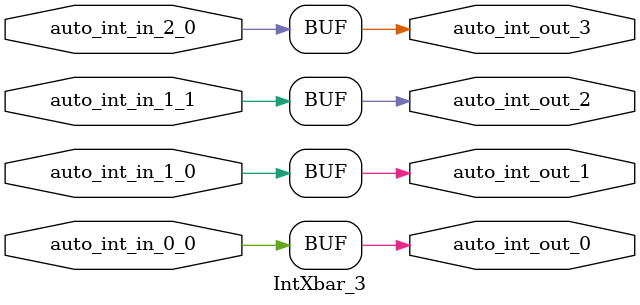
<source format=sv>
`ifndef RANDOMIZE
  `ifdef RANDOMIZE_REG_INIT
    `define RANDOMIZE
  `endif // RANDOMIZE_REG_INIT
`endif // not def RANDOMIZE
`ifndef RANDOMIZE
  `ifdef RANDOMIZE_MEM_INIT
    `define RANDOMIZE
  `endif // RANDOMIZE_MEM_INIT
`endif // not def RANDOMIZE

`ifndef RANDOM
  `define RANDOM $random
`endif // not def RANDOM

// Users can define 'PRINTF_COND' to add an extra gate to prints.
`ifndef PRINTF_COND_
  `ifdef PRINTF_COND
    `define PRINTF_COND_ (`PRINTF_COND)
  `else  // PRINTF_COND
    `define PRINTF_COND_ 1
  `endif // PRINTF_COND
`endif // not def PRINTF_COND_

// Users can define 'ASSERT_VERBOSE_COND' to add an extra gate to assert error printing.
`ifndef ASSERT_VERBOSE_COND_
  `ifdef ASSERT_VERBOSE_COND
    `define ASSERT_VERBOSE_COND_ (`ASSERT_VERBOSE_COND)
  `else  // ASSERT_VERBOSE_COND
    `define ASSERT_VERBOSE_COND_ 1
  `endif // ASSERT_VERBOSE_COND
`endif // not def ASSERT_VERBOSE_COND_

// Users can define 'STOP_COND' to add an extra gate to stop conditions.
`ifndef STOP_COND_
  `ifdef STOP_COND
    `define STOP_COND_ (`STOP_COND)
  `else  // STOP_COND
    `define STOP_COND_ 1
  `endif // STOP_COND
`endif // not def STOP_COND_

// Users can define INIT_RANDOM as general code that gets injected into the
// initializer block for modules with registers.
`ifndef INIT_RANDOM
  `define INIT_RANDOM
`endif // not def INIT_RANDOM

// If using random initialization, you can also define RANDOMIZE_DELAY to
// customize the delay used, otherwise 0.002 is used.
`ifndef RANDOMIZE_DELAY
  `define RANDOMIZE_DELAY 0.002
`endif // not def RANDOMIZE_DELAY

// Define INIT_RANDOM_PROLOG_ for use in our modules below.
`ifndef INIT_RANDOM_PROLOG_
  `ifdef RANDOMIZE
    `ifdef VERILATOR
      `define INIT_RANDOM_PROLOG_ `INIT_RANDOM
    `else  // VERILATOR
      `define INIT_RANDOM_PROLOG_ `INIT_RANDOM #`RANDOMIZE_DELAY begin end
    `endif // VERILATOR
  `else  // RANDOMIZE
    `define INIT_RANDOM_PROLOG_
  `endif // RANDOMIZE
`endif // not def INIT_RANDOM_PROLOG_

// Include register initializers in init blocks unless synthesis is set
`ifndef SYNTHESIS
  `ifndef ENABLE_INITIAL_REG_
    `define ENABLE_INITIAL_REG_
  `endif // not def ENABLE_INITIAL_REG_
`endif // not def SYNTHESIS

// Include rmemory initializers in init blocks unless synthesis is set
`ifndef SYNTHESIS
  `ifndef ENABLE_INITIAL_MEM_
    `define ENABLE_INITIAL_MEM_
  `endif // not def ENABLE_INITIAL_MEM_
`endif // not def SYNTHESIS

module IntXbar_3(
  input  auto_int_in_2_0,
         auto_int_in_1_0,
         auto_int_in_1_1,
         auto_int_in_0_0,
  output auto_int_out_0,
         auto_int_out_1,
         auto_int_out_2,
         auto_int_out_3
);

  assign auto_int_out_0 = auto_int_in_0_0;
  assign auto_int_out_1 = auto_int_in_1_0;
  assign auto_int_out_2 = auto_int_in_1_1;
  assign auto_int_out_3 = auto_int_in_2_0;
endmodule


</source>
